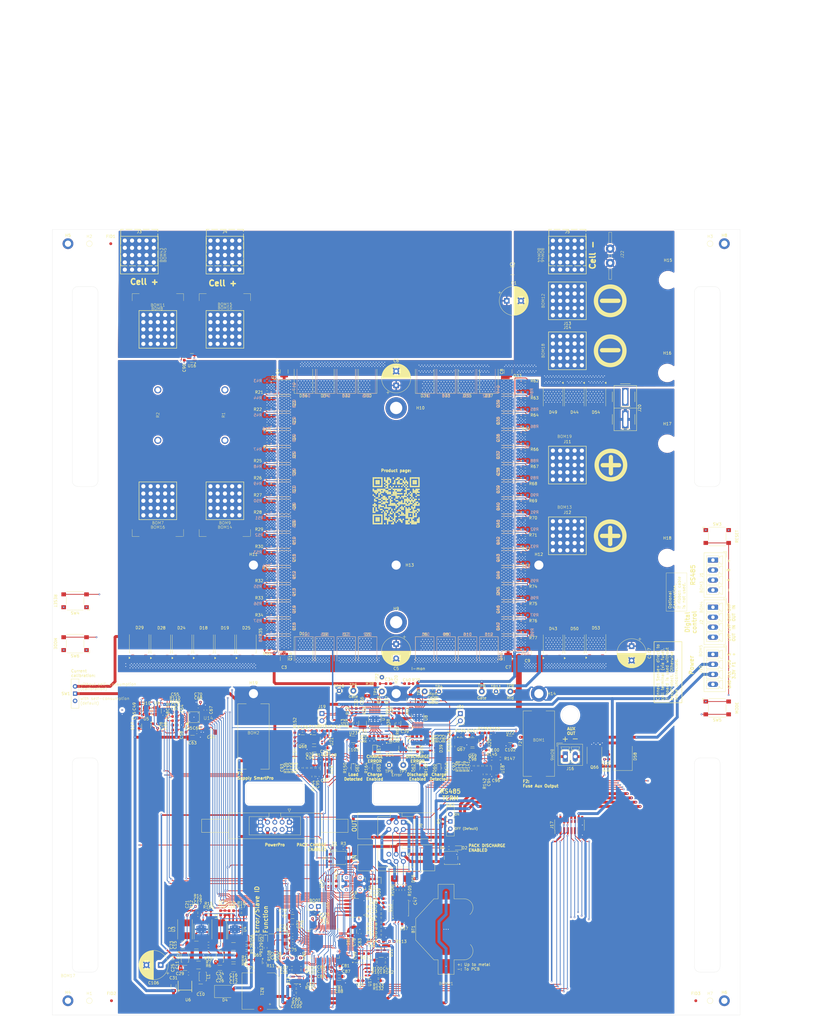
<source format=kicad_pcb>
(kicad_pcb
	(version 20241229)
	(generator "pcbnew")
	(generator_version "9.0")
	(general
		(thickness 1.74)
		(legacy_teardrops no)
	)
	(paper "A2" portrait)
	(layers
		(0 "F.Cu" signal)
		(4 "In1.Cu" signal)
		(6 "In2.Cu" signal)
		(8 "In3.Cu" signal)
		(10 "In4.Cu" signal)
		(2 "B.Cu" signal)
		(9 "F.Adhes" user "F.Adhesive")
		(11 "B.Adhes" user "B.Adhesive")
		(13 "F.Paste" user)
		(15 "B.Paste" user)
		(5 "F.SilkS" user "F.Silkscreen")
		(7 "B.SilkS" user "B.Silkscreen")
		(1 "F.Mask" user)
		(3 "B.Mask" user)
		(17 "Dwgs.User" user "User.Drawings")
		(19 "Cmts.User" user "User.Comments")
		(21 "Eco1.User" user "User.Eco1")
		(23 "Eco2.User" user "User.Eco2")
		(25 "Edge.Cuts" user)
		(27 "Margin" user)
		(31 "F.CrtYd" user "F.Courtyard")
		(29 "B.CrtYd" user "B.Courtyard")
		(35 "F.Fab" user)
		(33 "B.Fab" user)
		(39 "User.1" user)
		(41 "User.2" user "User.2 -Bemaßung")
		(43 "User.3" user "User.3 - Heatsink")
		(45 "User.4" user)
		(47 "User.5" user)
		(49 "User.6" user)
		(51 "User.7" user)
		(53 "User.8" user)
		(55 "User.9" user)
	)
	(setup
		(stackup
			(layer "F.SilkS"
				(type "Top Silk Screen")
			)
			(layer "F.Paste"
				(type "Top Solder Paste")
			)
			(layer "F.Mask"
				(type "Top Solder Mask")
				(color "Red")
				(thickness 0.01)
			)
			(layer "F.Cu"
				(type "copper")
				(thickness 0.07)
			)
			(layer "dielectric 1"
				(type "prepreg")
				(thickness 0.1)
				(material "FR4")
				(epsilon_r 4.5)
				(loss_tangent 0.02)
			)
			(layer "In1.Cu"
				(type "copper")
				(thickness 0.07)
			)
			(layer "dielectric 2"
				(type "core")
				(thickness 0.535)
				(material "FR4")
				(epsilon_r 4.5)
				(loss_tangent 0.02)
			)
			(layer "In2.Cu"
				(type "copper")
				(thickness 0.07)
			)
			(layer "dielectric 3"
				(type "prepreg")
				(thickness 0.1)
				(material "FR4")
				(epsilon_r 4.5)
				(loss_tangent 0.02)
			)
			(layer "In3.Cu"
				(type "copper")
				(thickness 0.035)
			)
			(layer "dielectric 4"
				(type "core")
				(thickness 0.535)
				(material "FR4")
				(epsilon_r 4.5)
				(loss_tangent 0.02)
			)
			(layer "In4.Cu"
				(type "copper")
				(thickness 0.035)
			)
			(layer "dielectric 5"
				(type "prepreg")
				(thickness 0.1)
				(material "FR4")
				(epsilon_r 4.5)
				(loss_tangent 0.02)
			)
			(layer "B.Cu"
				(type "copper")
				(thickness 0.07)
			)
			(layer "B.Mask"
				(type "Bottom Solder Mask")
				(color "Red")
				(thickness 0.01)
			)
			(layer "B.Paste"
				(type "Bottom Solder Paste")
			)
			(layer "B.SilkS"
				(type "Bottom Silk Screen")
			)
			(copper_finish "None")
			(dielectric_constraints no)
		)
		(pad_to_mask_clearance 0)
		(allow_soldermask_bridges_in_footprints no)
		(tenting front back)
		(aux_axis_origin 52.5 395)
		(grid_origin 173 120)
		(pcbplotparams
			(layerselection 0x00000000_00000000_55555555_5755f5ff)
			(plot_on_all_layers_selection 0x00000000_00000000_00000000_00000000)
			(disableapertmacros no)
			(usegerberextensions no)
			(usegerberattributes yes)
			(usegerberadvancedattributes yes)
			(creategerberjobfile yes)
			(dashed_line_dash_ratio 12.000000)
			(dashed_line_gap_ratio 3.000000)
			(svgprecision 4)
			(plotframeref no)
			(mode 1)
			(useauxorigin no)
			(hpglpennumber 1)
			(hpglpenspeed 20)
			(hpglpendiameter 15.000000)
			(pdf_front_fp_property_popups yes)
			(pdf_back_fp_property_popups yes)
			(pdf_metadata yes)
			(pdf_single_document no)
			(dxfpolygonmode yes)
			(dxfimperialunits yes)
			(dxfusepcbnewfont yes)
			(psnegative no)
			(psa4output no)
			(plot_black_and_white yes)
			(sketchpadsonfab no)
			(plotpadnumbers no)
			(hidednponfab no)
			(sketchdnponfab yes)
			(crossoutdnponfab yes)
			(subtractmaskfromsilk no)
			(outputformat 1)
			(mirror no)
			(drillshape 1)
			(scaleselection 1)
			(outputdirectory "")
		)
	)
	(net 0 "")
	(net 1 "Net-(D1-K)")
	(net 2 "GND")
	(net 3 "Net-(D2-K)")
	(net 4 "VCC")
	(net 5 "Net-(D1-A)")
	(net 6 "BAT+CONTROLED")
	(net 7 "5V5")
	(net 8 "5V0")
	(net 9 "VREF")
	(net 10 "/analog_measure/Shunt_B")
	(net 11 "/analog_measure/Shunt_A")
	(net 12 "ISENSE_FAST+")
	(net 13 "Net-(Q4-G)")
	(net 14 "/analog_measure/ISENSE_PREZ+")
	(net 15 "Net-(Q5-G)")
	(net 16 "Net-(Q6-G)")
	(net 17 "Net-(Q7-G)")
	(net 18 "Net-(Q8-G)")
	(net 19 "/analog_measure/ISENSE_PREZ-")
	(net 20 "ISENSE_FAST-")
	(net 21 "USENSE_SHUNT_BUF")
	(net 22 "USENSE+_BUF")
	(net 23 "USENSE_SHUNT_BUF-")
	(net 24 "USENSE-_BUF")
	(net 25 "/analog_measure/ISENSE+")
	(net 26 "/OVP_IN")
	(net 27 "/analog_measure/ISENSE-")
	(net 28 "SPI1_MOSI")
	(net 29 "/LVP_IN")
	(net 30 "/OVP_OUT")
	(net 31 "/LVP_OUT")
	(net 32 "Net-(Q1-G)")
	(net 33 "Net-(Q2-G)")
	(net 34 "Net-(Q3-G)")
	(net 35 "/greenMeter/CHARGE_ENABLED")
	(net 36 "/greenMeter/DISCHARGE_ENABLED")
	(net 37 "/greenMeter/AUX_EN")
	(net 38 "ADC_START")
	(net 39 "SPI1_MISO")
	(net 40 "/greenMeter/SWCLK")
	(net 41 "/switchControl/CHG_DETECTED")
	(net 42 "/switchControl/LOAD_DETECTED")
	(net 43 "ADC_DRDY")
	(net 44 "ADC_RESET")
	(net 45 "/greenMeter/SWDIO")
	(net 46 "/CHARGE_CONTROL")
	(net 47 "Net-(Q22-G)")
	(net 48 "Net-(Q13-G)")
	(net 49 "Net-(Q14-G)")
	(net 50 "Net-(Q15-G)")
	(net 51 "Net-(Q16-G)")
	(net 52 "/BUS_+5V")
	(net 53 "Net-(U4-BST)")
	(net 54 "Net-(U4-SW)")
	(net 55 "Net-(U4-FB)")
	(net 56 "Net-(J19-Pin_1)")
	(net 57 "Net-(U7-TIMER)")
	(net 58 "Net-(J21-Pin_1)")
	(net 59 "Net-(U8-TIMER)")
	(net 60 "/greenMeter/BTN_MODE")
	(net 61 "Net-(D2-A)")
	(net 62 "/BUS_GND")
	(net 63 "/BUS_B")
	(net 64 "/BUS_A")
	(net 65 "/chargeControl/vcc_int")
	(net 66 "/dischargeControl/vcc_int")
	(net 67 "Net-(Q9-G)")
	(net 68 "Net-(Q10-G)")
	(net 69 "Net-(Q11-G)")
	(net 70 "Net-(Q12-G)")
	(net 71 "Net-(U4-EN{slash}UVLO)")
	(net 72 "Net-(U4-RON)")
	(net 73 "Net-(U7-ISET)")
	(net 74 "Net-(U7-TGUP)")
	(net 75 "Net-(U7-VCCUV)")
	(net 76 "Net-(U8-ISET)")
	(net 77 "Net-(U8-TGUP)")
	(net 78 "Net-(U8-VCCUV)")
	(net 79 "Net-(C75-Pad2)")
	(net 80 "Net-(U7-IMON)")
	(net 81 "Net-(U8-IMON)")
	(net 82 "/LOAD_CONTROL")
	(net 83 "BAT+MEASURED")
	(net 84 "/chargeControl/BST")
	(net 85 "/dischargeControl/BST")
	(net 86 "/U_SENSE+")
	(net 87 "/greenMeter/LVP_SENSE_DIV")
	(net 88 "/greenMeter/OVP_SENSE_DIV")
	(net 89 "/B+Terminal")
	(net 90 "Net-(BZ1--)")
	(net 91 "/greenMeter/Buzzer")
	(net 92 "/chargeControl/~{Fault}")
	(net 93 "/dischargeControl/~{Fault}")
	(net 94 "unconnected-(H5-Pad1)")
	(net 95 "unconnected-(H9-Pad1)")
	(net 96 "~{OC_FAULT}")
	(net 97 "/p_good")
	(net 98 "Net-(U7-VIN)")
	(net 99 "Net-(U8-VIN)")
	(net 100 "Net-(Q24-G)")
	(net 101 "Net-(Q25-G)")
	(net 102 "Net-(Q26-G)")
	(net 103 "Net-(Q27-G)")
	(net 104 "Net-(Q28-G)")
	(net 105 "Net-(Q29-G)")
	(net 106 "Net-(Q30-G)")
	(net 107 "Net-(Q31-G)")
	(net 108 "Net-(Q32-G)")
	(net 109 "Net-(Q33-G)")
	(net 110 "Net-(Q34-G)")
	(net 111 "Net-(Q35-G)")
	(net 112 "Net-(Q36-G)")
	(net 113 "Net-(Q37-G)")
	(net 114 "Net-(Q38-G)")
	(net 115 "Net-(Q39-G)")
	(net 116 "SWITCH_IN")
	(net 117 "Net-(Q40-G)")
	(net 118 "Net-(Q41-G)")
	(net 119 "Net-(Q42-G)")
	(net 120 "Net-(Q43-G)")
	(net 121 "Net-(Q44-G)")
	(net 122 "Net-(Q45-G)")
	(net 123 "Net-(Q46-G)")
	(net 124 "Net-(Q47-G)")
	(net 125 "Net-(Q48-G)")
	(net 126 "Net-(Q49-G)")
	(net 127 "Net-(Q50-G)")
	(net 128 "Net-(Q51-G)")
	(net 129 "Net-(Q52-G)")
	(net 130 "Net-(Q53-G)")
	(net 131 "Net-(Q54-G)")
	(net 132 "Net-(Q55-G)")
	(net 133 "Net-(Q56-G)")
	(net 134 "Net-(Q57-G)")
	(net 135 "Net-(Q58-G)")
	(net 136 "Net-(Q59-G)")
	(net 137 "Net-(Q60-G)")
	(net 138 "Net-(Q61-G)")
	(net 139 "Net-(Q62-G)")
	(net 140 "Net-(Q63-G)")
	(net 141 "Net-(Q64-G)")
	(net 142 "Net-(Q66-G)")
	(net 143 "/chargeControl/vg")
	(net 144 "/dischargeControl/vg")
	(net 145 "unconnected-(H10-Pad1)")
	(net 146 "ADC_CS")
	(net 147 "SPI1_SCK")
	(net 148 "Net-(BT1-+)")
	(net 149 "/greenMeter/R1")
	(net 150 "/greenMeter/R2")
	(net 151 "Net-(D4-K)")
	(net 152 "Net-(U3-VIN)")
	(net 153 "Net-(U3-BST)")
	(net 154 "Net-(U3-SW)")
	(net 155 "Net-(C19-Pad1)")
	(net 156 "Net-(U3-FB)")
	(net 157 "Net-(C20-Pad1)")
	(net 158 "Net-(C21-Pad2)")
	(net 159 "Net-(C22-Pad2)")
	(net 160 "Net-(U5-FILTER)")
	(net 161 "Net-(U6-SS)")
	(net 162 "Net-(C34-Pad1)")
	(net 163 "Net-(C40-Pad1)")
	(net 164 "Net-(U11-+IN)")
	(net 165 "Net-(U13-+IN)")
	(net 166 "Net-(U14-REFOUT)")
	(net 167 "Net-(U14-CAPN)")
	(net 168 "Net-(U14-CAPP)")
	(net 169 "Net-(U14-BYPASS)")
	(net 170 "Net-(U15-PF0)")
	(net 171 "Net-(U19-+)")
	(net 172 "Net-(U15-PC14)")
	(net 173 "Net-(U15-PC15)")
	(net 174 "Net-(U15-VDDA)")
	(net 175 "Net-(U15-PB1)")
	(net 176 "Net-(D58-A1)")
	(net 177 "Net-(U18-+)")
	(net 178 "Net-(U18--)")
	(net 179 "Net-(Q69-C)")
	(net 180 "Net-(Q70-C)")
	(net 181 "Net-(D13-K)")
	(net 182 "Net-(D38-K)")
	(net 183 "Net-(D56-A)")
	(net 184 "Net-(D57-A)")
	(net 185 "Net-(D63-A)")
	(net 186 "Net-(D59-A)")
	(net 187 "Net-(D60-A)")
	(net 188 "Net-(D61-A)")
	(net 189 "Net-(SW1-B)")
	(net 190 "Net-(J16-2)")
	(net 191 "unconnected-(H4-Pad1)")
	(net 192 "unconnected-(H6-Pad1)")
	(net 193 "unconnected-(H8-Pad1)")
	(net 194 "Net-(R15-Pad1)")
	(net 195 "Net-(J15-Pin_1)")
	(net 196 "Net-(Q17-G)")
	(net 197 "Net-(Q19-G)")
	(net 198 "Net-(Q20-G)")
	(net 199 "Net-(Q21-G)")
	(net 200 "Net-(Q23-G)")
	(net 201 "Net-(Q65-B)")
	(net 202 "Net-(Q67-C)")
	(net 203 "Net-(Q67-B)")
	(net 204 "Net-(Q68-B)")
	(net 205 "Net-(Q68-C)")
	(net 206 "Net-(SW2-B)")
	(net 207 "Net-(U3-EN{slash}UVLO)")
	(net 208 "Net-(U3-RON)")
	(net 209 "Net-(U12-A)")
	(net 210 "Net-(U12-B)")
	(net 211 "Net-(U15-PF1)")
	(net 212 "Net-(U15-PA4)")
	(net 213 "unconnected-(J18-RX2+-PadA11)")
	(net 214 "Net-(U24-VP)")
	(net 215 "Net-(U19--)")
	(net 216 "Net-(U20--)")
	(net 217 "unconnected-(SW2-A-Pad3)")
	(net 218 "unconnected-(U14-NC-7-Pad25)")
	(net 219 "unconnected-(U14-NC-6-Pad24)")
	(net 220 "unconnected-(U14-NC-8-Pad26)")
	(net 221 "unconnected-(U14-NC-3-Pad21)")
	(net 222 "unconnected-(U14-NC-4-Pad22)")
	(net 223 "unconnected-(U14-NC-9-Pad27)")
	(net 224 "unconnected-(U14-NC-2-Pad20)")
	(net 225 "unconnected-(U14-NC-1-Pad19)")
	(net 226 "unconnected-(U14-NC-5-Pad23)")
	(net 227 "unconnected-(U15-PB0-Pad24)")
	(net 228 "unconnected-(J18-SBU1-PadA8)")
	(net 229 "Net-(U20-Pad1)")
	(net 230 "Net-(U15-PA5)")
	(net 231 "unconnected-(U15-PB2-Pad26)")
	(net 232 "COM")
	(net 233 "/greenMeter/RS485_R_USART2")
	(net 234 "/greenMeter/RS485_D_USART2")
	(net 235 "/greenMeter/RS485_R_USART1")
	(net 236 "/greenMeter/RS485_D_USART1")
	(net 237 "Net-(D62-A)")
	(net 238 "/greenMeter/D+")
	(net 239 "unconnected-(J18-TX2+-PadB2)")
	(net 240 "/greenMeter/D-")
	(net 241 "unconnected-(J18-TX2--PadB3)")
	(net 242 "unconnected-(J18-TX1+-PadA2)")
	(net 243 "unconnected-(J18-RX2--PadA10)")
	(net 244 "Net-(J18-CC1)")
	(net 245 "unconnected-(J18-SHIELD-PadS1)")
	(net 246 "unconnected-(J18-RX1+-PadB11)")
	(net 247 "unconnected-(J18-TX1--PadA3)")
	(net 248 "Net-(J18-CC2)")
	(net 249 "unconnected-(J18-SHIELD-PadS1)_1")
	(net 250 "unconnected-(J18-RX1--PadB10)")
	(net 251 "unconnected-(J18-SHIELD-PadS1)_2")
	(net 252 "unconnected-(J18-SHIELD-PadS1)_3")
	(net 253 "unconnected-(J18-SBU2-PadB8)")
	(net 254 "Net-(R145-Pad1)")
	(net 255 "Net-(R146-Pad1)")
	(net 256 "Net-(U21--)")
	(net 257 "/greenMeter/I2C4_SDA")
	(net 258 "/greenMeter/FDCAN3_RX")
	(net 259 "/greenMeter/I2C4_SCL")
	(net 260 "/greenMeter/FDCAN3_TX")
	(net 261 "/greenMeter/I2C3_SDA")
	(net 262 "/greenMeter/I2C3_SCL")
	(net 263 "/greenMeter/ADC3_IN5_RESERVED")
	(net 264 "/greenMeter/FDCAN2_TX")
	(net 265 "/greenMeter/FDCAN2_RX")
	(net 266 "PS_IN")
	(net 267 "Net-(U21-Pad1)")
	(net 268 "Net-(U13--IN)")
	(net 269 "Net-(U11--IN)")
	(net 270 "unconnected-(D14-NC-Pad2)")
	(net 271 "Net-(D17-K)")
	(net 272 "unconnected-(D39-NC-Pad2)")
	(net 273 "Net-(D42-K)")
	(net 274 "Net-(Q18-G)")
	(footprint "TestPoint:TestPoint_THTPad_D2.0mm_Drill1.0mm" (layer "F.Cu") (at 168 281.75))
	(footprint "MountingHole:MountingHole_4.3mm_M4_DIN965_Pad" (layer "F.Cu") (at 173 257.5))
	(footprint "MountingHole:MountingHole_6mm" (layer "F.Cu") (at 268 170.25))
	(footprint "Diode_SMD:D_SMC" (layer "F.Cu") (at 205.5 172.5 90))
	(footprint "Resistor_SMD:R_0603_1608Metric" (layer "F.Cu") (at 195.75 297 180))
	(footprint "Capacitor_SMD:C_0603_1608Metric" (layer "F.Cu") (at 144.5 361.25 180))
	(footprint "Connector_PinHeader_1.27mm:PinHeader_2x05_P1.27mm_Vertical_SMD" (layer "F.Cu") (at 158 357.5 180))
	(footprint "Capacitor_SMD:C_1210_3225Metric" (layer "F.Cu") (at 163 284.75 -90))
	(footprint "Resistor_SMD:R_0603_1608Metric" (layer "F.Cu") (at 145.5 308.5 90))
	(footprint "Resistor_SMD:R_0603_1608Metric" (layer "F.Cu") (at 139.6625 380 180))
	(footprint "Resistor_SMD:R_0603_1608Metric" (layer "F.Cu") (at 133.5 374.25 90))
	(footprint "myQR:qr_SmartPro209" (layer "F.Cu") (at 173 215))
	(footprint "Resistor_SMD:R_0603_1608Metric" (layer "F.Cu") (at 127.75 213))
	(footprint "Resistor_SMD:R_0603_1608Metric"
		(layer "F.Cu")
		(uuid "0a4afc55-3fef-4d9a-af17-7e245f7706c4")
		(at 203.25 296.25)
		(descr "Resistor SMD 0603 (1608 Metric), square (rectangular) end terminal, IPC_7351 nominal, (Body size source: IPC-SM-782 page 72, https://www.pcb-3d.com/wordpress/wp-content/uploads/ipc-sm-782a_amendment_1_and_2.pdf), generated with kicad-footprint-generator")
		(tags "resistor")
		(property "Reference" "R159"
			(at 0.25 -1.43 0)
			(layer "F.SilkS")
			(uuid "57e3036e-3b94-4954-8e1f-5606fdda0288")
			(effects
				(font
					(size 1 1)
					(thickness 0.15)
				)
			)
		)
		(property "Value" "100k"
			(at 0 1.43 0)
			(layer "F.Fab")
			(uuid "33f82b60-524f-4448-9cb9-f5d1f918c1fb")
			(effects
				(font
					(size 1 1)
					(thickness 0.15)
				)
			)
		)
		(property "Datasheet" "~"
			(at 0 0 0)
			(unlocked yes)
			(layer "F.Fab")
			(hide yes)
			(uuid "8423d31b-b713-4833-b021-e401cbdaa309")
			(effects
				(font
					(size 1.27 1.27)
					(thickness 0.15)
				)
			)
		)
		(property "Description" "100k0 0,1W 1% 0603 SMD"
			(at 0 0 0)
... [7875541 chars truncated]
</source>
